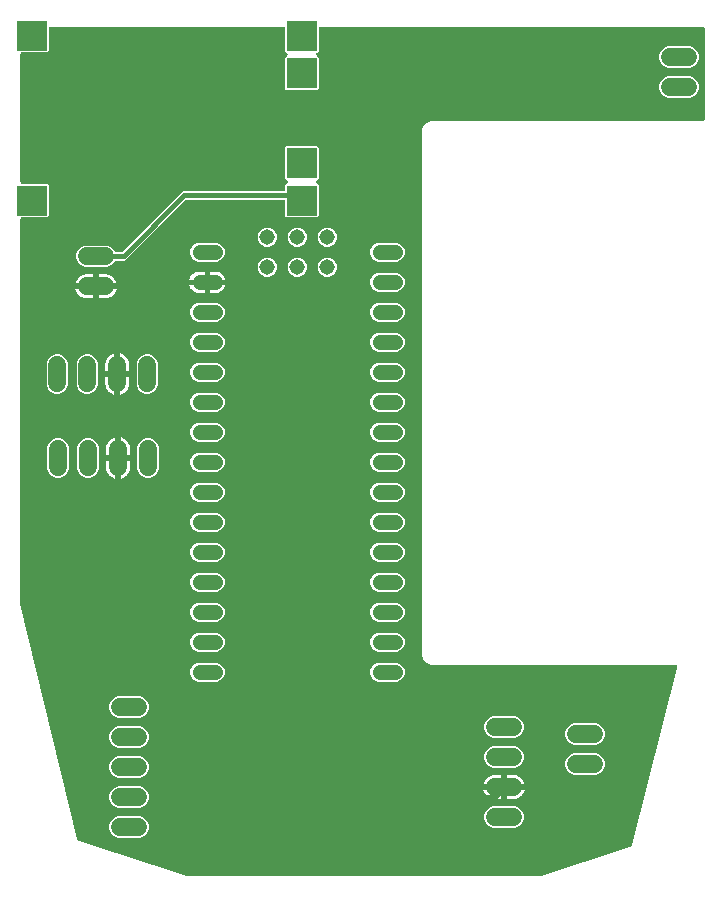
<source format=gbr>
G04 EAGLE Gerber X2 export*
%TF.Part,Single*%
%TF.FileFunction,Copper,L2,Bot,Mixed*%
%TF.FilePolarity,Positive*%
%TF.GenerationSoftware,Autodesk,EAGLE,9.1.1*%
%TF.CreationDate,2018-09-05T07:54:37Z*%
G75*
%MOMM*%
%FSLAX34Y34*%
%LPD*%
%AMOC8*
5,1,8,0,0,1.08239X$1,22.5*%
G01*
%ADD10C,1.524000*%
%ADD11R,2.500000X2.500000*%
%ADD12C,1.308000*%
%ADD13C,1.308000*%
%ADD14C,0.406400*%
%ADD15C,0.756400*%

G36*
X450237Y171176D02*
X450237Y171176D01*
X450387Y171183D01*
X450445Y171196D01*
X450489Y171201D01*
X450570Y171226D01*
X450710Y171258D01*
X526479Y195612D01*
X526527Y195633D01*
X526578Y195647D01*
X526712Y195714D01*
X526848Y195773D01*
X526891Y195803D01*
X526938Y195827D01*
X527056Y195918D01*
X527179Y196003D01*
X527215Y196041D01*
X527256Y196074D01*
X527354Y196187D01*
X527457Y196294D01*
X527485Y196339D01*
X527519Y196378D01*
X527563Y196456D01*
X527564Y196457D01*
X527566Y196462D01*
X527593Y196508D01*
X527672Y196634D01*
X527691Y196683D01*
X527717Y196729D01*
X527741Y196798D01*
X527749Y196814D01*
X527764Y196866D01*
X527791Y196942D01*
X527817Y197010D01*
X527819Y197025D01*
X527825Y197043D01*
X566264Y347305D01*
X566275Y347374D01*
X566295Y347442D01*
X566305Y347573D01*
X566325Y347703D01*
X566322Y347773D01*
X566327Y347844D01*
X566312Y347974D01*
X566306Y348105D01*
X566289Y348173D01*
X566281Y348243D01*
X566240Y348368D01*
X566208Y348495D01*
X566178Y348559D01*
X566156Y348626D01*
X566091Y348740D01*
X566035Y348859D01*
X565993Y348915D01*
X565958Y348977D01*
X565872Y349076D01*
X565793Y349181D01*
X565741Y349228D01*
X565695Y349282D01*
X565591Y349362D01*
X565493Y349449D01*
X565432Y349485D01*
X565377Y349528D01*
X565259Y349587D01*
X565146Y349653D01*
X565079Y349676D01*
X565016Y349708D01*
X564889Y349742D01*
X564765Y349784D01*
X564696Y349794D01*
X564627Y349812D01*
X564453Y349826D01*
X564366Y349838D01*
X564336Y349836D01*
X564297Y349839D01*
X357979Y349839D01*
X354244Y351386D01*
X351386Y354244D01*
X349839Y357979D01*
X349839Y802021D01*
X351386Y805756D01*
X354244Y808614D01*
X357979Y810161D01*
X587808Y810161D01*
X587826Y810163D01*
X587844Y810161D01*
X588026Y810182D01*
X588209Y810201D01*
X588226Y810206D01*
X588243Y810208D01*
X588418Y810265D01*
X588594Y810319D01*
X588609Y810327D01*
X588626Y810333D01*
X588786Y810423D01*
X588948Y810511D01*
X588961Y810522D01*
X588977Y810531D01*
X589116Y810651D01*
X589257Y810768D01*
X589268Y810782D01*
X589282Y810794D01*
X589394Y810939D01*
X589509Y811082D01*
X589517Y811098D01*
X589528Y811112D01*
X589610Y811277D01*
X589695Y811439D01*
X589700Y811456D01*
X589708Y811472D01*
X589755Y811651D01*
X589806Y811826D01*
X589808Y811844D01*
X589812Y811861D01*
X589839Y812192D01*
X589839Y887808D01*
X589837Y887826D01*
X589839Y887844D01*
X589818Y888026D01*
X589799Y888209D01*
X589794Y888226D01*
X589792Y888243D01*
X589735Y888418D01*
X589681Y888594D01*
X589673Y888609D01*
X589667Y888626D01*
X589577Y888786D01*
X589489Y888948D01*
X589478Y888961D01*
X589469Y888977D01*
X589349Y889116D01*
X589232Y889257D01*
X589218Y889268D01*
X589206Y889282D01*
X589061Y889394D01*
X588918Y889509D01*
X588902Y889517D01*
X588888Y889528D01*
X588723Y889610D01*
X588561Y889695D01*
X588544Y889700D01*
X588528Y889708D01*
X588349Y889755D01*
X588174Y889806D01*
X588156Y889808D01*
X588139Y889812D01*
X587808Y889839D01*
X264606Y889839D01*
X264588Y889837D01*
X264570Y889839D01*
X264388Y889818D01*
X264205Y889799D01*
X264188Y889794D01*
X264171Y889792D01*
X263996Y889735D01*
X263820Y889681D01*
X263805Y889673D01*
X263788Y889667D01*
X263628Y889577D01*
X263466Y889489D01*
X263453Y889478D01*
X263437Y889469D01*
X263298Y889349D01*
X263157Y889232D01*
X263146Y889218D01*
X263132Y889206D01*
X263020Y889061D01*
X262905Y888918D01*
X262897Y888902D01*
X262886Y888888D01*
X262804Y888723D01*
X262719Y888561D01*
X262714Y888544D01*
X262706Y888528D01*
X262659Y888349D01*
X262608Y888174D01*
X262606Y888156D01*
X262602Y888139D01*
X262575Y887808D01*
X262575Y869318D01*
X261268Y868011D01*
X261256Y867997D01*
X261243Y867986D01*
X261129Y867842D01*
X261013Y867700D01*
X261004Y867684D01*
X260993Y867670D01*
X260910Y867506D01*
X260824Y867344D01*
X260819Y867327D01*
X260811Y867311D01*
X260761Y867134D01*
X260709Y866958D01*
X260708Y866940D01*
X260703Y866923D01*
X260689Y866740D01*
X260673Y866557D01*
X260675Y866539D01*
X260673Y866522D01*
X260696Y866340D01*
X260716Y866157D01*
X260722Y866140D01*
X260724Y866122D01*
X260782Y865948D01*
X260838Y865773D01*
X260846Y865757D01*
X260852Y865741D01*
X260944Y865582D01*
X261032Y865421D01*
X261044Y865407D01*
X261053Y865392D01*
X261268Y865139D01*
X262575Y863832D01*
X262575Y837568D01*
X261682Y836675D01*
X235418Y836675D01*
X234525Y837568D01*
X234525Y863832D01*
X235832Y865139D01*
X235844Y865152D01*
X235857Y865164D01*
X235971Y865308D01*
X236087Y865450D01*
X236096Y865466D01*
X236107Y865480D01*
X236190Y865644D01*
X236276Y865806D01*
X236281Y865823D01*
X236289Y865839D01*
X236339Y866016D01*
X236391Y866192D01*
X236392Y866210D01*
X236397Y866227D01*
X236411Y866410D01*
X236427Y866593D01*
X236425Y866611D01*
X236427Y866628D01*
X236404Y866810D01*
X236384Y866993D01*
X236378Y867010D01*
X236376Y867028D01*
X236318Y867201D01*
X236262Y867377D01*
X236254Y867393D01*
X236248Y867409D01*
X236157Y867568D01*
X236068Y867729D01*
X236056Y867743D01*
X236047Y867758D01*
X235832Y868011D01*
X234525Y869318D01*
X234525Y887808D01*
X234523Y887826D01*
X234525Y887844D01*
X234504Y888026D01*
X234485Y888209D01*
X234480Y888226D01*
X234478Y888243D01*
X234421Y888418D01*
X234367Y888594D01*
X234359Y888609D01*
X234353Y888626D01*
X234263Y888786D01*
X234175Y888948D01*
X234164Y888961D01*
X234155Y888977D01*
X234035Y889116D01*
X233918Y889257D01*
X233904Y889268D01*
X233892Y889282D01*
X233747Y889394D01*
X233604Y889509D01*
X233588Y889517D01*
X233574Y889528D01*
X233409Y889610D01*
X233247Y889695D01*
X233230Y889700D01*
X233214Y889708D01*
X233035Y889755D01*
X232860Y889806D01*
X232842Y889808D01*
X232825Y889812D01*
X232494Y889839D01*
X36006Y889839D01*
X35988Y889837D01*
X35970Y889839D01*
X35788Y889818D01*
X35605Y889799D01*
X35588Y889794D01*
X35571Y889792D01*
X35396Y889735D01*
X35220Y889681D01*
X35205Y889673D01*
X35188Y889667D01*
X35028Y889577D01*
X34866Y889489D01*
X34853Y889478D01*
X34837Y889469D01*
X34698Y889349D01*
X34557Y889232D01*
X34546Y889218D01*
X34532Y889206D01*
X34420Y889061D01*
X34305Y888918D01*
X34297Y888902D01*
X34286Y888888D01*
X34204Y888723D01*
X34119Y888561D01*
X34114Y888544D01*
X34106Y888528D01*
X34059Y888349D01*
X34008Y888174D01*
X34006Y888156D01*
X34002Y888139D01*
X33975Y887808D01*
X33975Y869318D01*
X33082Y868425D01*
X12192Y868425D01*
X12174Y868423D01*
X12156Y868425D01*
X11974Y868404D01*
X11791Y868385D01*
X11774Y868380D01*
X11757Y868378D01*
X11582Y868321D01*
X11406Y868267D01*
X11391Y868259D01*
X11374Y868253D01*
X11214Y868163D01*
X11052Y868075D01*
X11039Y868064D01*
X11023Y868055D01*
X10884Y867935D01*
X10743Y867818D01*
X10732Y867804D01*
X10718Y867792D01*
X10606Y867647D01*
X10491Y867504D01*
X10483Y867488D01*
X10472Y867474D01*
X10390Y867309D01*
X10305Y867147D01*
X10300Y867130D01*
X10292Y867114D01*
X10245Y866935D01*
X10194Y866760D01*
X10192Y866742D01*
X10188Y866725D01*
X10161Y866394D01*
X10161Y758806D01*
X10163Y758788D01*
X10161Y758770D01*
X10182Y758588D01*
X10201Y758405D01*
X10206Y758388D01*
X10208Y758371D01*
X10265Y758196D01*
X10319Y758020D01*
X10327Y758005D01*
X10333Y757988D01*
X10423Y757828D01*
X10511Y757666D01*
X10522Y757653D01*
X10531Y757637D01*
X10651Y757498D01*
X10768Y757357D01*
X10782Y757346D01*
X10794Y757332D01*
X10939Y757220D01*
X11082Y757105D01*
X11098Y757097D01*
X11112Y757086D01*
X11277Y757004D01*
X11439Y756919D01*
X11456Y756914D01*
X11472Y756906D01*
X11651Y756859D01*
X11826Y756808D01*
X11844Y756806D01*
X11861Y756802D01*
X12192Y756775D01*
X33082Y756775D01*
X33975Y755882D01*
X33975Y729618D01*
X33082Y728725D01*
X12192Y728725D01*
X12174Y728723D01*
X12156Y728725D01*
X11974Y728704D01*
X11791Y728685D01*
X11774Y728680D01*
X11757Y728678D01*
X11582Y728621D01*
X11406Y728567D01*
X11391Y728559D01*
X11374Y728553D01*
X11214Y728463D01*
X11052Y728375D01*
X11039Y728364D01*
X11023Y728355D01*
X10884Y728235D01*
X10743Y728118D01*
X10732Y728104D01*
X10718Y728092D01*
X10606Y727947D01*
X10491Y727804D01*
X10483Y727788D01*
X10472Y727774D01*
X10390Y727609D01*
X10305Y727447D01*
X10300Y727430D01*
X10292Y727414D01*
X10245Y727235D01*
X10194Y727060D01*
X10192Y727042D01*
X10188Y727025D01*
X10161Y726694D01*
X10161Y401452D01*
X10168Y401377D01*
X10166Y401303D01*
X10192Y401138D01*
X10201Y401051D01*
X10211Y401018D01*
X10218Y400975D01*
X58268Y202047D01*
X58290Y201983D01*
X58304Y201917D01*
X58356Y201793D01*
X58401Y201666D01*
X58435Y201608D01*
X58462Y201546D01*
X58537Y201435D01*
X58606Y201320D01*
X58651Y201270D01*
X58689Y201214D01*
X58786Y201120D01*
X58875Y201021D01*
X58929Y200981D01*
X58978Y200934D01*
X59091Y200861D01*
X59199Y200781D01*
X59260Y200752D01*
X59316Y200715D01*
X59485Y200646D01*
X59563Y200609D01*
X59590Y200603D01*
X59623Y200589D01*
X151284Y171257D01*
X151429Y171226D01*
X151572Y171188D01*
X151633Y171183D01*
X151678Y171173D01*
X151763Y171172D01*
X151903Y171161D01*
X450089Y171161D01*
X450237Y171176D01*
G37*
%LPC*%
G36*
X64761Y686355D02*
X64761Y686355D01*
X61400Y687747D01*
X58827Y690320D01*
X57435Y693681D01*
X57435Y697319D01*
X58827Y700680D01*
X61400Y703253D01*
X64761Y704645D01*
X83639Y704645D01*
X87000Y703253D01*
X89573Y700680D01*
X89726Y700311D01*
X89736Y700291D01*
X89743Y700270D01*
X89831Y700114D01*
X89916Y699956D01*
X89930Y699939D01*
X89941Y699919D01*
X90058Y699783D01*
X90172Y699645D01*
X90189Y699631D01*
X90204Y699614D01*
X90345Y699505D01*
X90485Y699392D01*
X90505Y699381D01*
X90522Y699368D01*
X90682Y699288D01*
X90841Y699205D01*
X90863Y699198D01*
X90883Y699188D01*
X91056Y699142D01*
X91228Y699092D01*
X91250Y699090D01*
X91271Y699084D01*
X91602Y699057D01*
X95185Y699057D01*
X95212Y699059D01*
X95239Y699057D01*
X95413Y699079D01*
X95586Y699097D01*
X95611Y699104D01*
X95638Y699108D01*
X95804Y699163D01*
X95971Y699215D01*
X95994Y699228D01*
X96020Y699236D01*
X96171Y699323D01*
X96325Y699407D01*
X96345Y699424D01*
X96369Y699437D01*
X96622Y699652D01*
X147527Y750557D01*
X232494Y750557D01*
X232512Y750559D01*
X232530Y750557D01*
X232712Y750578D01*
X232895Y750597D01*
X232912Y750602D01*
X232929Y750604D01*
X233104Y750661D01*
X233280Y750715D01*
X233295Y750723D01*
X233312Y750729D01*
X233472Y750819D01*
X233634Y750907D01*
X233647Y750918D01*
X233663Y750927D01*
X233802Y751047D01*
X233943Y751164D01*
X233954Y751178D01*
X233968Y751190D01*
X234080Y751335D01*
X234195Y751478D01*
X234203Y751494D01*
X234214Y751508D01*
X234296Y751673D01*
X234381Y751835D01*
X234386Y751852D01*
X234394Y751868D01*
X234441Y752047D01*
X234492Y752222D01*
X234494Y752240D01*
X234498Y752257D01*
X234525Y752588D01*
X234525Y755882D01*
X235832Y757189D01*
X235844Y757203D01*
X235857Y757214D01*
X235971Y757358D01*
X236087Y757500D01*
X236096Y757516D01*
X236107Y757530D01*
X236190Y757694D01*
X236276Y757856D01*
X236281Y757873D01*
X236289Y757889D01*
X236339Y758066D01*
X236391Y758242D01*
X236392Y758260D01*
X236397Y758277D01*
X236411Y758460D01*
X236427Y758643D01*
X236425Y758661D01*
X236427Y758678D01*
X236404Y758860D01*
X236384Y759043D01*
X236378Y759060D01*
X236376Y759078D01*
X236318Y759252D01*
X236262Y759427D01*
X236254Y759443D01*
X236248Y759459D01*
X236156Y759618D01*
X236068Y759779D01*
X236056Y759793D01*
X236047Y759808D01*
X235832Y760061D01*
X234525Y761368D01*
X234525Y787632D01*
X235418Y788525D01*
X261682Y788525D01*
X262575Y787632D01*
X262575Y761368D01*
X261268Y760061D01*
X261256Y760048D01*
X261243Y760036D01*
X261129Y759892D01*
X261013Y759750D01*
X261004Y759734D01*
X260993Y759720D01*
X260910Y759556D01*
X260824Y759394D01*
X260819Y759377D01*
X260811Y759361D01*
X260761Y759184D01*
X260709Y759008D01*
X260708Y758990D01*
X260703Y758973D01*
X260689Y758790D01*
X260673Y758607D01*
X260675Y758589D01*
X260673Y758572D01*
X260696Y758390D01*
X260716Y758207D01*
X260722Y758190D01*
X260724Y758172D01*
X260782Y757999D01*
X260838Y757823D01*
X260846Y757807D01*
X260852Y757791D01*
X260943Y757632D01*
X261032Y757471D01*
X261044Y757457D01*
X261053Y757442D01*
X261268Y757189D01*
X262575Y755882D01*
X262575Y729618D01*
X261682Y728725D01*
X235418Y728725D01*
X234525Y729618D01*
X234525Y741412D01*
X234523Y741430D01*
X234525Y741448D01*
X234504Y741630D01*
X234485Y741813D01*
X234480Y741830D01*
X234478Y741847D01*
X234421Y742022D01*
X234367Y742198D01*
X234359Y742213D01*
X234353Y742230D01*
X234263Y742390D01*
X234175Y742552D01*
X234164Y742565D01*
X234155Y742581D01*
X234035Y742720D01*
X233918Y742861D01*
X233904Y742872D01*
X233892Y742886D01*
X233747Y742998D01*
X233604Y743113D01*
X233588Y743121D01*
X233574Y743132D01*
X233409Y743214D01*
X233247Y743299D01*
X233230Y743304D01*
X233214Y743312D01*
X233035Y743359D01*
X232860Y743410D01*
X232842Y743412D01*
X232825Y743416D01*
X232494Y743443D01*
X151315Y743443D01*
X151288Y743441D01*
X151261Y743443D01*
X151087Y743421D01*
X150914Y743403D01*
X150889Y743396D01*
X150862Y743392D01*
X150696Y743337D01*
X150529Y743285D01*
X150506Y743272D01*
X150480Y743264D01*
X150329Y743177D01*
X150175Y743093D01*
X150155Y743076D01*
X150131Y743063D01*
X149878Y742848D01*
X98973Y691943D01*
X91602Y691943D01*
X91580Y691941D01*
X91558Y691943D01*
X91380Y691921D01*
X91202Y691903D01*
X91180Y691897D01*
X91158Y691894D01*
X90988Y691838D01*
X90817Y691785D01*
X90797Y691775D01*
X90776Y691768D01*
X90620Y691679D01*
X90463Y691593D01*
X90445Y691579D01*
X90426Y691568D01*
X90291Y691450D01*
X90153Y691336D01*
X90139Y691318D01*
X90123Y691304D01*
X90013Y691161D01*
X89901Y691022D01*
X89891Y691002D01*
X89877Y690984D01*
X89726Y690689D01*
X89573Y690320D01*
X87000Y687747D01*
X83639Y686355D01*
X64761Y686355D01*
G37*
%LPD*%
%LPC*%
G36*
X558261Y829855D02*
X558261Y829855D01*
X554900Y831247D01*
X552327Y833820D01*
X550935Y837181D01*
X550935Y840819D01*
X552327Y844180D01*
X554900Y846753D01*
X558261Y848145D01*
X577139Y848145D01*
X580500Y846753D01*
X583073Y844180D01*
X584465Y840819D01*
X584465Y837181D01*
X583073Y833820D01*
X580500Y831247D01*
X577139Y829855D01*
X558261Y829855D01*
G37*
%LPD*%
%LPC*%
G36*
X92861Y203255D02*
X92861Y203255D01*
X89500Y204647D01*
X86927Y207220D01*
X85535Y210581D01*
X85535Y214219D01*
X86927Y217580D01*
X89500Y220153D01*
X92861Y221545D01*
X111739Y221545D01*
X115100Y220153D01*
X117673Y217580D01*
X119065Y214219D01*
X119065Y210581D01*
X117673Y207220D01*
X115100Y204647D01*
X111739Y203255D01*
X92861Y203255D01*
G37*
%LPD*%
%LPC*%
G36*
X92861Y254055D02*
X92861Y254055D01*
X89500Y255447D01*
X86927Y258020D01*
X85535Y261381D01*
X85535Y265019D01*
X86927Y268380D01*
X89500Y270953D01*
X92861Y272345D01*
X111739Y272345D01*
X115100Y270953D01*
X117673Y268380D01*
X119065Y265019D01*
X119065Y261381D01*
X117673Y258020D01*
X115100Y255447D01*
X111739Y254055D01*
X92861Y254055D01*
G37*
%LPD*%
%LPC*%
G36*
X478761Y256455D02*
X478761Y256455D01*
X475400Y257847D01*
X472827Y260420D01*
X471435Y263781D01*
X471435Y267419D01*
X472827Y270780D01*
X475400Y273353D01*
X478761Y274745D01*
X497639Y274745D01*
X501000Y273353D01*
X503573Y270780D01*
X504965Y267419D01*
X504965Y263781D01*
X503573Y260420D01*
X501000Y257847D01*
X497639Y256455D01*
X478761Y256455D01*
G37*
%LPD*%
%LPC*%
G36*
X410261Y262355D02*
X410261Y262355D01*
X406900Y263747D01*
X404327Y266320D01*
X402935Y269681D01*
X402935Y273319D01*
X404327Y276680D01*
X406900Y279253D01*
X410261Y280645D01*
X429139Y280645D01*
X432500Y279253D01*
X435073Y276680D01*
X436465Y273319D01*
X436465Y269681D01*
X435073Y266320D01*
X432500Y263747D01*
X429139Y262355D01*
X410261Y262355D01*
G37*
%LPD*%
%LPC*%
G36*
X92861Y279455D02*
X92861Y279455D01*
X89500Y280847D01*
X86927Y283420D01*
X85535Y286781D01*
X85535Y290419D01*
X86927Y293780D01*
X89500Y296353D01*
X92861Y297745D01*
X111739Y297745D01*
X115100Y296353D01*
X117673Y293780D01*
X119065Y290419D01*
X119065Y286781D01*
X117673Y283420D01*
X115100Y280847D01*
X111739Y279455D01*
X92861Y279455D01*
G37*
%LPD*%
%LPC*%
G36*
X478761Y281855D02*
X478761Y281855D01*
X475400Y283247D01*
X472827Y285820D01*
X471435Y289181D01*
X471435Y292819D01*
X472827Y296180D01*
X475400Y298753D01*
X478761Y300145D01*
X497639Y300145D01*
X501000Y298753D01*
X503573Y296180D01*
X504965Y292819D01*
X504965Y289181D01*
X503573Y285820D01*
X501000Y283247D01*
X497639Y281855D01*
X478761Y281855D01*
G37*
%LPD*%
%LPC*%
G36*
X410261Y287755D02*
X410261Y287755D01*
X406900Y289147D01*
X404327Y291720D01*
X402935Y295081D01*
X402935Y298719D01*
X404327Y302080D01*
X406900Y304653D01*
X410261Y306045D01*
X429139Y306045D01*
X432500Y304653D01*
X435073Y302080D01*
X436465Y298719D01*
X436465Y295081D01*
X435073Y291720D01*
X432500Y289147D01*
X429139Y287755D01*
X410261Y287755D01*
G37*
%LPD*%
%LPC*%
G36*
X92861Y304855D02*
X92861Y304855D01*
X89500Y306247D01*
X86927Y308820D01*
X85535Y312181D01*
X85535Y315819D01*
X86927Y319180D01*
X89500Y321753D01*
X92861Y323145D01*
X111739Y323145D01*
X115100Y321753D01*
X117673Y319180D01*
X119065Y315819D01*
X119065Y312181D01*
X117673Y308820D01*
X115100Y306247D01*
X111739Y304855D01*
X92861Y304855D01*
G37*
%LPD*%
%LPC*%
G36*
X40281Y508035D02*
X40281Y508035D01*
X36920Y509427D01*
X34347Y512000D01*
X32955Y515361D01*
X32955Y534239D01*
X34347Y537600D01*
X36920Y540173D01*
X40281Y541565D01*
X43919Y541565D01*
X47280Y540173D01*
X49853Y537600D01*
X51245Y534239D01*
X51245Y515361D01*
X49853Y512000D01*
X47280Y509427D01*
X43919Y508035D01*
X40281Y508035D01*
G37*
%LPD*%
%LPC*%
G36*
X65681Y508035D02*
X65681Y508035D01*
X62320Y509427D01*
X59747Y512000D01*
X58355Y515361D01*
X58355Y534239D01*
X59747Y537600D01*
X62320Y540173D01*
X65681Y541565D01*
X69319Y541565D01*
X72680Y540173D01*
X75253Y537600D01*
X76645Y534239D01*
X76645Y515361D01*
X75253Y512000D01*
X72680Y509427D01*
X69319Y508035D01*
X65681Y508035D01*
G37*
%LPD*%
%LPC*%
G36*
X116481Y508035D02*
X116481Y508035D01*
X113120Y509427D01*
X110547Y512000D01*
X109155Y515361D01*
X109155Y534239D01*
X110547Y537600D01*
X113120Y540173D01*
X116481Y541565D01*
X120119Y541565D01*
X123480Y540173D01*
X126053Y537600D01*
X127445Y534239D01*
X127445Y515361D01*
X126053Y512000D01*
X123480Y509427D01*
X120119Y508035D01*
X116481Y508035D01*
G37*
%LPD*%
%LPC*%
G36*
X558261Y855255D02*
X558261Y855255D01*
X554900Y856647D01*
X552327Y859220D01*
X550935Y862581D01*
X550935Y866219D01*
X552327Y869580D01*
X554900Y872153D01*
X558261Y873545D01*
X577139Y873545D01*
X580500Y872153D01*
X583073Y869580D01*
X584465Y866219D01*
X584465Y862581D01*
X583073Y859220D01*
X580500Y856647D01*
X577812Y855534D01*
X577139Y855255D01*
X558261Y855255D01*
G37*
%LPD*%
%LPC*%
G36*
X410261Y211555D02*
X410261Y211555D01*
X406900Y212947D01*
X404327Y215520D01*
X402935Y218881D01*
X402935Y222519D01*
X404327Y225880D01*
X406900Y228453D01*
X410261Y229845D01*
X429139Y229845D01*
X432500Y228453D01*
X435073Y225880D01*
X436465Y222519D01*
X436465Y218881D01*
X435073Y215520D01*
X432500Y212947D01*
X429314Y211628D01*
X429139Y211555D01*
X410261Y211555D01*
G37*
%LPD*%
%LPC*%
G36*
X92861Y228655D02*
X92861Y228655D01*
X89500Y230047D01*
X86927Y232620D01*
X85535Y235981D01*
X85535Y239619D01*
X86927Y242980D01*
X89500Y245553D01*
X91727Y246475D01*
X92861Y246945D01*
X111739Y246945D01*
X115100Y245553D01*
X117673Y242980D01*
X119065Y239619D01*
X119065Y235981D01*
X117673Y232620D01*
X115100Y230047D01*
X114766Y229909D01*
X111739Y228655D01*
X92861Y228655D01*
G37*
%LPD*%
%LPC*%
G36*
X39581Y579035D02*
X39581Y579035D01*
X36220Y580427D01*
X33647Y583000D01*
X32255Y586361D01*
X32255Y605239D01*
X33647Y608600D01*
X36220Y611173D01*
X38459Y612100D01*
X39581Y612565D01*
X43219Y612565D01*
X46580Y611173D01*
X49153Y608600D01*
X50545Y605239D01*
X50545Y586361D01*
X49153Y583000D01*
X46580Y580427D01*
X43219Y579035D01*
X39581Y579035D01*
G37*
%LPD*%
%LPC*%
G36*
X115781Y579035D02*
X115781Y579035D01*
X112420Y580427D01*
X109847Y583000D01*
X108455Y586361D01*
X108455Y605239D01*
X109847Y608600D01*
X112420Y611173D01*
X114659Y612100D01*
X115781Y612565D01*
X119419Y612565D01*
X122780Y611173D01*
X125353Y608600D01*
X126745Y605239D01*
X126745Y586361D01*
X125353Y583000D01*
X122780Y580427D01*
X119419Y579035D01*
X115781Y579035D01*
G37*
%LPD*%
%LPC*%
G36*
X64981Y579035D02*
X64981Y579035D01*
X61620Y580427D01*
X59047Y583000D01*
X57655Y586361D01*
X57655Y605239D01*
X59047Y608600D01*
X61620Y611173D01*
X63859Y612100D01*
X64981Y612565D01*
X68619Y612565D01*
X71980Y611173D01*
X74553Y608600D01*
X75945Y605239D01*
X75945Y586361D01*
X74553Y583000D01*
X71980Y580427D01*
X68619Y579035D01*
X64981Y579035D01*
G37*
%LPD*%
%LPC*%
G36*
X160256Y436835D02*
X160256Y436835D01*
X157292Y438063D01*
X155023Y440332D01*
X153795Y443296D01*
X153795Y446504D01*
X155023Y449468D01*
X157292Y451737D01*
X160256Y452965D01*
X176544Y452965D01*
X179508Y451737D01*
X181777Y449468D01*
X183005Y446504D01*
X183005Y443296D01*
X181777Y440332D01*
X179508Y438063D01*
X176544Y436835D01*
X160256Y436835D01*
G37*
%LPD*%
%LPC*%
G36*
X312656Y665435D02*
X312656Y665435D01*
X309692Y666663D01*
X307423Y668932D01*
X306195Y671896D01*
X306195Y675104D01*
X307423Y678068D01*
X309692Y680337D01*
X312656Y681565D01*
X328944Y681565D01*
X331908Y680337D01*
X334177Y678068D01*
X335405Y675104D01*
X335405Y671896D01*
X334177Y668932D01*
X331908Y666663D01*
X328944Y665435D01*
X312656Y665435D01*
G37*
%LPD*%
%LPC*%
G36*
X312656Y513035D02*
X312656Y513035D01*
X309692Y514263D01*
X307423Y516532D01*
X306195Y519496D01*
X306195Y522704D01*
X307423Y525668D01*
X309692Y527937D01*
X312656Y529165D01*
X328944Y529165D01*
X331908Y527937D01*
X334177Y525668D01*
X335405Y522704D01*
X335405Y519496D01*
X334177Y516532D01*
X331908Y514263D01*
X328944Y513035D01*
X312656Y513035D01*
G37*
%LPD*%
%LPC*%
G36*
X160256Y513035D02*
X160256Y513035D01*
X157292Y514263D01*
X155023Y516532D01*
X153795Y519496D01*
X153795Y522704D01*
X155023Y525668D01*
X157292Y527937D01*
X160256Y529165D01*
X176544Y529165D01*
X179508Y527937D01*
X181777Y525668D01*
X183005Y522704D01*
X183005Y519496D01*
X181777Y516532D01*
X179508Y514263D01*
X176544Y513035D01*
X160256Y513035D01*
G37*
%LPD*%
%LPC*%
G36*
X312656Y487635D02*
X312656Y487635D01*
X309692Y488863D01*
X307423Y491132D01*
X306195Y494096D01*
X306195Y497304D01*
X307423Y500268D01*
X309692Y502537D01*
X312656Y503765D01*
X328944Y503765D01*
X331908Y502537D01*
X334177Y500268D01*
X335405Y497304D01*
X335405Y494096D01*
X334177Y491132D01*
X331908Y488863D01*
X328944Y487635D01*
X312656Y487635D01*
G37*
%LPD*%
%LPC*%
G36*
X160256Y487635D02*
X160256Y487635D01*
X157292Y488863D01*
X155023Y491132D01*
X153795Y494096D01*
X153795Y497304D01*
X155023Y500268D01*
X157292Y502537D01*
X160256Y503765D01*
X176544Y503765D01*
X179508Y502537D01*
X181777Y500268D01*
X183005Y497304D01*
X183005Y494096D01*
X181777Y491132D01*
X179508Y488863D01*
X176544Y487635D01*
X160256Y487635D01*
G37*
%LPD*%
%LPC*%
G36*
X312656Y462235D02*
X312656Y462235D01*
X309692Y463463D01*
X307423Y465732D01*
X306195Y468696D01*
X306195Y471904D01*
X307423Y474868D01*
X309692Y477137D01*
X312656Y478365D01*
X328944Y478365D01*
X331908Y477137D01*
X334177Y474868D01*
X335405Y471904D01*
X335405Y468696D01*
X334177Y465732D01*
X331908Y463463D01*
X328944Y462235D01*
X312656Y462235D01*
G37*
%LPD*%
%LPC*%
G36*
X160256Y462235D02*
X160256Y462235D01*
X157292Y463463D01*
X155023Y465732D01*
X153795Y468696D01*
X153795Y471904D01*
X155023Y474868D01*
X157292Y477137D01*
X160256Y478365D01*
X176544Y478365D01*
X179508Y477137D01*
X181777Y474868D01*
X183005Y471904D01*
X183005Y468696D01*
X181777Y465732D01*
X179508Y463463D01*
X176544Y462235D01*
X160256Y462235D01*
G37*
%LPD*%
%LPC*%
G36*
X312656Y436835D02*
X312656Y436835D01*
X309692Y438063D01*
X307423Y440332D01*
X306195Y443296D01*
X306195Y446504D01*
X307423Y449468D01*
X309692Y451737D01*
X312656Y452965D01*
X328944Y452965D01*
X331908Y451737D01*
X334177Y449468D01*
X335405Y446504D01*
X335405Y443296D01*
X334177Y440332D01*
X331908Y438063D01*
X328944Y436835D01*
X312656Y436835D01*
G37*
%LPD*%
%LPC*%
G36*
X160256Y690835D02*
X160256Y690835D01*
X157292Y692063D01*
X155023Y694332D01*
X153795Y697296D01*
X153795Y700504D01*
X155023Y703468D01*
X157292Y705737D01*
X160256Y706965D01*
X176544Y706965D01*
X179508Y705737D01*
X181777Y703468D01*
X183005Y700504D01*
X183005Y697296D01*
X181777Y694332D01*
X179508Y692063D01*
X176544Y690835D01*
X160256Y690835D01*
G37*
%LPD*%
%LPC*%
G36*
X312656Y411435D02*
X312656Y411435D01*
X309692Y412663D01*
X307423Y414932D01*
X306195Y417896D01*
X306195Y421104D01*
X307423Y424068D01*
X309692Y426337D01*
X312656Y427565D01*
X328944Y427565D01*
X331908Y426337D01*
X334177Y424068D01*
X335405Y421104D01*
X335405Y417896D01*
X334177Y414932D01*
X331908Y412663D01*
X328944Y411435D01*
X312656Y411435D01*
G37*
%LPD*%
%LPC*%
G36*
X160256Y411435D02*
X160256Y411435D01*
X157292Y412663D01*
X155023Y414932D01*
X153795Y417896D01*
X153795Y421104D01*
X155023Y424068D01*
X157292Y426337D01*
X160256Y427565D01*
X176544Y427565D01*
X179508Y426337D01*
X181777Y424068D01*
X183005Y421104D01*
X183005Y417896D01*
X181777Y414932D01*
X179508Y412663D01*
X176544Y411435D01*
X160256Y411435D01*
G37*
%LPD*%
%LPC*%
G36*
X312656Y386035D02*
X312656Y386035D01*
X309692Y387263D01*
X307423Y389532D01*
X306195Y392496D01*
X306195Y395704D01*
X307423Y398668D01*
X309692Y400937D01*
X312656Y402165D01*
X328944Y402165D01*
X331908Y400937D01*
X334177Y398668D01*
X335405Y395704D01*
X335405Y392496D01*
X334177Y389532D01*
X331908Y387263D01*
X328944Y386035D01*
X312656Y386035D01*
G37*
%LPD*%
%LPC*%
G36*
X160256Y386035D02*
X160256Y386035D01*
X157292Y387263D01*
X155023Y389532D01*
X153795Y392496D01*
X153795Y395704D01*
X155023Y398668D01*
X157292Y400937D01*
X160256Y402165D01*
X176544Y402165D01*
X179508Y400937D01*
X181777Y398668D01*
X183005Y395704D01*
X183005Y392496D01*
X181777Y389532D01*
X179508Y387263D01*
X176544Y386035D01*
X160256Y386035D01*
G37*
%LPD*%
%LPC*%
G36*
X312656Y360635D02*
X312656Y360635D01*
X309692Y361863D01*
X307423Y364132D01*
X306195Y367096D01*
X306195Y370304D01*
X307423Y373268D01*
X309692Y375537D01*
X312656Y376765D01*
X328944Y376765D01*
X331908Y375537D01*
X334177Y373268D01*
X335405Y370304D01*
X335405Y367096D01*
X334177Y364132D01*
X331908Y361863D01*
X328944Y360635D01*
X312656Y360635D01*
G37*
%LPD*%
%LPC*%
G36*
X160256Y360635D02*
X160256Y360635D01*
X157292Y361863D01*
X155023Y364132D01*
X153795Y367096D01*
X153795Y370304D01*
X155023Y373268D01*
X157292Y375537D01*
X160256Y376765D01*
X176544Y376765D01*
X179508Y375537D01*
X181777Y373268D01*
X183005Y370304D01*
X183005Y367096D01*
X181777Y364132D01*
X179508Y361863D01*
X176544Y360635D01*
X160256Y360635D01*
G37*
%LPD*%
%LPC*%
G36*
X312656Y335235D02*
X312656Y335235D01*
X309692Y336463D01*
X307423Y338732D01*
X306195Y341696D01*
X306195Y344904D01*
X307423Y347868D01*
X309692Y350137D01*
X312656Y351365D01*
X328944Y351365D01*
X331908Y350137D01*
X334177Y347868D01*
X335405Y344904D01*
X335405Y341696D01*
X334177Y338732D01*
X331908Y336463D01*
X328944Y335235D01*
X312656Y335235D01*
G37*
%LPD*%
%LPC*%
G36*
X160256Y335235D02*
X160256Y335235D01*
X157292Y336463D01*
X155023Y338732D01*
X153795Y341696D01*
X153795Y344904D01*
X155023Y347868D01*
X157292Y350137D01*
X160256Y351365D01*
X176544Y351365D01*
X179508Y350137D01*
X181777Y347868D01*
X183005Y344904D01*
X183005Y341696D01*
X181777Y338732D01*
X179508Y336463D01*
X176544Y335235D01*
X160256Y335235D01*
G37*
%LPD*%
%LPC*%
G36*
X160256Y538435D02*
X160256Y538435D01*
X157292Y539663D01*
X155023Y541932D01*
X153795Y544896D01*
X153795Y548104D01*
X155023Y551068D01*
X157292Y553337D01*
X160256Y554565D01*
X176544Y554565D01*
X179508Y553337D01*
X181777Y551068D01*
X183005Y548104D01*
X183005Y544896D01*
X181777Y541932D01*
X179508Y539663D01*
X176544Y538435D01*
X160256Y538435D01*
G37*
%LPD*%
%LPC*%
G36*
X312656Y640035D02*
X312656Y640035D01*
X309692Y641263D01*
X307423Y643532D01*
X306195Y646496D01*
X306195Y649704D01*
X307423Y652668D01*
X309692Y654937D01*
X312656Y656165D01*
X328944Y656165D01*
X331908Y654937D01*
X334177Y652668D01*
X335405Y649704D01*
X335405Y646496D01*
X334177Y643532D01*
X331908Y641263D01*
X328944Y640035D01*
X312656Y640035D01*
G37*
%LPD*%
%LPC*%
G36*
X160256Y640035D02*
X160256Y640035D01*
X157292Y641263D01*
X155023Y643532D01*
X153795Y646496D01*
X153795Y649704D01*
X155023Y652668D01*
X157292Y654937D01*
X160256Y656165D01*
X176544Y656165D01*
X179508Y654937D01*
X181777Y652668D01*
X183005Y649704D01*
X183005Y646496D01*
X181777Y643532D01*
X179508Y641263D01*
X176544Y640035D01*
X160256Y640035D01*
G37*
%LPD*%
%LPC*%
G36*
X312656Y538435D02*
X312656Y538435D01*
X309692Y539663D01*
X307423Y541932D01*
X306195Y544896D01*
X306195Y548104D01*
X307423Y551068D01*
X309692Y553337D01*
X312656Y554565D01*
X328944Y554565D01*
X331908Y553337D01*
X334177Y551068D01*
X335405Y548104D01*
X335405Y544896D01*
X334177Y541932D01*
X331908Y539663D01*
X328944Y538435D01*
X312656Y538435D01*
G37*
%LPD*%
%LPC*%
G36*
X160256Y563835D02*
X160256Y563835D01*
X157292Y565063D01*
X155023Y567332D01*
X153795Y570296D01*
X153795Y573504D01*
X155023Y576468D01*
X157292Y578737D01*
X160256Y579965D01*
X176544Y579965D01*
X179508Y578737D01*
X181777Y576468D01*
X183005Y573504D01*
X183005Y570296D01*
X181777Y567332D01*
X179508Y565063D01*
X176544Y563835D01*
X160256Y563835D01*
G37*
%LPD*%
%LPC*%
G36*
X312656Y614635D02*
X312656Y614635D01*
X309692Y615863D01*
X307423Y618132D01*
X306195Y621096D01*
X306195Y624304D01*
X307423Y627268D01*
X309692Y629537D01*
X312656Y630765D01*
X328944Y630765D01*
X331908Y629537D01*
X334177Y627268D01*
X335405Y624304D01*
X335405Y621096D01*
X334177Y618132D01*
X331908Y615863D01*
X328944Y614635D01*
X312656Y614635D01*
G37*
%LPD*%
%LPC*%
G36*
X160256Y614635D02*
X160256Y614635D01*
X157292Y615863D01*
X155023Y618132D01*
X153795Y621096D01*
X153795Y624304D01*
X155023Y627268D01*
X157292Y629537D01*
X160256Y630765D01*
X176544Y630765D01*
X179508Y629537D01*
X181777Y627268D01*
X183005Y624304D01*
X183005Y621096D01*
X181777Y618132D01*
X179508Y615863D01*
X176544Y614635D01*
X160256Y614635D01*
G37*
%LPD*%
%LPC*%
G36*
X312656Y563835D02*
X312656Y563835D01*
X309692Y565063D01*
X307423Y567332D01*
X306195Y570296D01*
X306195Y573504D01*
X307423Y576468D01*
X309692Y578737D01*
X312656Y579965D01*
X328944Y579965D01*
X331908Y578737D01*
X334177Y576468D01*
X335405Y573504D01*
X335405Y570296D01*
X334177Y567332D01*
X331908Y565063D01*
X328944Y563835D01*
X312656Y563835D01*
G37*
%LPD*%
%LPC*%
G36*
X312656Y690835D02*
X312656Y690835D01*
X309692Y692063D01*
X307423Y694332D01*
X306195Y697296D01*
X306195Y700504D01*
X307423Y703468D01*
X309692Y705737D01*
X312656Y706965D01*
X328944Y706965D01*
X331908Y705737D01*
X334177Y703468D01*
X335405Y700504D01*
X335405Y697296D01*
X334177Y694332D01*
X331908Y692063D01*
X328944Y690835D01*
X312656Y690835D01*
G37*
%LPD*%
%LPC*%
G36*
X160256Y589235D02*
X160256Y589235D01*
X157292Y590463D01*
X155023Y592732D01*
X153795Y595696D01*
X153795Y598904D01*
X155023Y601868D01*
X157292Y604137D01*
X160256Y605365D01*
X176544Y605365D01*
X179508Y604137D01*
X181777Y601868D01*
X183005Y598904D01*
X183005Y595696D01*
X181777Y592732D01*
X179508Y590463D01*
X176544Y589235D01*
X160256Y589235D01*
G37*
%LPD*%
%LPC*%
G36*
X312656Y589235D02*
X312656Y589235D01*
X309692Y590463D01*
X307423Y592732D01*
X306195Y595696D01*
X306195Y598904D01*
X307423Y601868D01*
X309692Y604137D01*
X312656Y605365D01*
X328944Y605365D01*
X331908Y604137D01*
X334177Y601868D01*
X335405Y598904D01*
X335405Y595696D01*
X334177Y592732D01*
X331908Y590463D01*
X328944Y589235D01*
X312656Y589235D01*
G37*
%LPD*%
%LPC*%
G36*
X217596Y703535D02*
X217596Y703535D01*
X214632Y704763D01*
X212363Y707032D01*
X211135Y709996D01*
X211135Y713204D01*
X212363Y716168D01*
X214632Y718437D01*
X217596Y719665D01*
X220804Y719665D01*
X223768Y718437D01*
X226037Y716168D01*
X227265Y713204D01*
X227265Y709996D01*
X226037Y707032D01*
X223768Y704763D01*
X220804Y703535D01*
X217596Y703535D01*
G37*
%LPD*%
%LPC*%
G36*
X268396Y703535D02*
X268396Y703535D01*
X265432Y704763D01*
X263163Y707032D01*
X261935Y709996D01*
X261935Y713204D01*
X263163Y716168D01*
X265432Y718437D01*
X268396Y719665D01*
X271604Y719665D01*
X274568Y718437D01*
X276837Y716168D01*
X278065Y713204D01*
X278065Y709996D01*
X276837Y707032D01*
X274568Y704763D01*
X271604Y703535D01*
X268396Y703535D01*
G37*
%LPD*%
%LPC*%
G36*
X242996Y703535D02*
X242996Y703535D01*
X240032Y704763D01*
X237763Y707032D01*
X236535Y709996D01*
X236535Y713204D01*
X237763Y716168D01*
X240032Y718437D01*
X242996Y719665D01*
X246204Y719665D01*
X249168Y718437D01*
X251437Y716168D01*
X252665Y713204D01*
X252665Y709996D01*
X251437Y707032D01*
X249168Y704763D01*
X246204Y703535D01*
X242996Y703535D01*
G37*
%LPD*%
%LPC*%
G36*
X217596Y678135D02*
X217596Y678135D01*
X214632Y679363D01*
X212363Y681632D01*
X211135Y684596D01*
X211135Y687804D01*
X212363Y690768D01*
X214632Y693037D01*
X217596Y694265D01*
X220804Y694265D01*
X223768Y693037D01*
X226037Y690768D01*
X227265Y687804D01*
X227265Y684596D01*
X226037Y681632D01*
X223768Y679363D01*
X220804Y678135D01*
X217596Y678135D01*
G37*
%LPD*%
%LPC*%
G36*
X242996Y678135D02*
X242996Y678135D01*
X240032Y679363D01*
X237763Y681632D01*
X236535Y684596D01*
X236535Y687804D01*
X237763Y690768D01*
X240032Y693037D01*
X242996Y694265D01*
X246204Y694265D01*
X249168Y693037D01*
X251437Y690768D01*
X252665Y687804D01*
X252665Y684596D01*
X251437Y681632D01*
X249168Y679363D01*
X246204Y678135D01*
X242996Y678135D01*
G37*
%LPD*%
%LPC*%
G36*
X268396Y678135D02*
X268396Y678135D01*
X265432Y679363D01*
X263163Y681632D01*
X261935Y684596D01*
X261935Y687804D01*
X263163Y690768D01*
X265432Y693037D01*
X268396Y694265D01*
X271604Y694265D01*
X274568Y693037D01*
X276837Y690768D01*
X278065Y687804D01*
X278065Y684596D01*
X276837Y681632D01*
X274568Y679363D01*
X271604Y678135D01*
X268396Y678135D01*
G37*
%LPD*%
%LPC*%
G36*
X94739Y598339D02*
X94739Y598339D01*
X94739Y613279D01*
X96100Y612836D01*
X97525Y612110D01*
X98819Y611170D01*
X99950Y610039D01*
X100890Y608745D01*
X101616Y607320D01*
X102111Y605799D01*
X102361Y604220D01*
X102361Y598339D01*
X94739Y598339D01*
G37*
%LPD*%
%LPC*%
G36*
X76739Y672639D02*
X76739Y672639D01*
X76739Y680261D01*
X82620Y680261D01*
X84199Y680011D01*
X85720Y679516D01*
X87145Y678790D01*
X88439Y677850D01*
X89570Y676719D01*
X90510Y675425D01*
X91236Y674000D01*
X91679Y672639D01*
X76739Y672639D01*
G37*
%LPD*%
%LPC*%
G36*
X422239Y248639D02*
X422239Y248639D01*
X422239Y256261D01*
X428120Y256261D01*
X429699Y256011D01*
X431220Y255516D01*
X432645Y254790D01*
X433939Y253850D01*
X435070Y252719D01*
X436010Y251425D01*
X436736Y250000D01*
X437179Y248639D01*
X422239Y248639D01*
G37*
%LPD*%
%LPC*%
G36*
X95439Y527339D02*
X95439Y527339D01*
X95439Y542279D01*
X96800Y541836D01*
X98225Y541110D01*
X99519Y540170D01*
X100650Y539039D01*
X101590Y537745D01*
X102316Y536320D01*
X102811Y534799D01*
X103061Y533220D01*
X103061Y527339D01*
X95439Y527339D01*
G37*
%LPD*%
%LPC*%
G36*
X95439Y522261D02*
X95439Y522261D01*
X103061Y522261D01*
X103061Y516380D01*
X102811Y514801D01*
X102316Y513280D01*
X101590Y511855D01*
X100650Y510561D01*
X99519Y509430D01*
X98225Y508490D01*
X96800Y507764D01*
X95439Y507321D01*
X95439Y522261D01*
G37*
%LPD*%
%LPC*%
G36*
X402221Y248639D02*
X402221Y248639D01*
X402664Y250000D01*
X403390Y251425D01*
X404330Y252719D01*
X405461Y253850D01*
X406755Y254790D01*
X408180Y255516D01*
X409701Y256011D01*
X411280Y256261D01*
X417161Y256261D01*
X417161Y248639D01*
X402221Y248639D01*
G37*
%LPD*%
%LPC*%
G36*
X94739Y593261D02*
X94739Y593261D01*
X102361Y593261D01*
X102361Y587380D01*
X102111Y585801D01*
X101616Y584280D01*
X100890Y582855D01*
X99950Y581561D01*
X98819Y580430D01*
X97525Y579490D01*
X96100Y578764D01*
X94739Y578321D01*
X94739Y593261D01*
G37*
%LPD*%
%LPC*%
G36*
X56721Y672639D02*
X56721Y672639D01*
X57164Y674000D01*
X57890Y675425D01*
X58830Y676719D01*
X59961Y677850D01*
X61255Y678790D01*
X62680Y679516D01*
X64201Y680011D01*
X65780Y680261D01*
X71661Y680261D01*
X71661Y672639D01*
X56721Y672639D01*
G37*
%LPD*%
%LPC*%
G36*
X82739Y527339D02*
X82739Y527339D01*
X82739Y533220D01*
X82989Y534799D01*
X83484Y536320D01*
X84210Y537745D01*
X85150Y539039D01*
X86281Y540170D01*
X87575Y541110D01*
X89000Y541836D01*
X90361Y542279D01*
X90361Y527339D01*
X82739Y527339D01*
G37*
%LPD*%
%LPC*%
G36*
X82039Y598339D02*
X82039Y598339D01*
X82039Y604220D01*
X82289Y605799D01*
X82784Y607320D01*
X83510Y608745D01*
X84450Y610039D01*
X85581Y611170D01*
X86875Y612110D01*
X88300Y612836D01*
X89661Y613279D01*
X89661Y598339D01*
X82039Y598339D01*
G37*
%LPD*%
%LPC*%
G36*
X76739Y659939D02*
X76739Y659939D01*
X76739Y667561D01*
X91679Y667561D01*
X91236Y666200D01*
X90510Y664775D01*
X89570Y663481D01*
X88439Y662350D01*
X87145Y661410D01*
X85720Y660684D01*
X84199Y660189D01*
X82620Y659939D01*
X76739Y659939D01*
G37*
%LPD*%
%LPC*%
G36*
X422239Y235939D02*
X422239Y235939D01*
X422239Y243561D01*
X437179Y243561D01*
X436736Y242200D01*
X436010Y240775D01*
X435070Y239481D01*
X433939Y238350D01*
X432645Y237410D01*
X431220Y236684D01*
X429699Y236189D01*
X428120Y235939D01*
X422239Y235939D01*
G37*
%LPD*%
%LPC*%
G36*
X65780Y659939D02*
X65780Y659939D01*
X64201Y660189D01*
X62680Y660684D01*
X61255Y661410D01*
X59961Y662350D01*
X58830Y663481D01*
X57890Y664775D01*
X57164Y666200D01*
X56721Y667561D01*
X71661Y667561D01*
X71661Y659939D01*
X65780Y659939D01*
G37*
%LPD*%
%LPC*%
G36*
X411280Y235939D02*
X411280Y235939D01*
X409701Y236189D01*
X408180Y236684D01*
X406755Y237410D01*
X405461Y238350D01*
X404330Y239481D01*
X403390Y240775D01*
X402664Y242200D01*
X402221Y243561D01*
X417161Y243561D01*
X417161Y235939D01*
X411280Y235939D01*
G37*
%LPD*%
%LPC*%
G36*
X89000Y507764D02*
X89000Y507764D01*
X87575Y508490D01*
X86281Y509430D01*
X85150Y510561D01*
X84210Y511855D01*
X83484Y513280D01*
X82989Y514801D01*
X82739Y516380D01*
X82739Y522261D01*
X90361Y522261D01*
X90361Y507321D01*
X89000Y507764D01*
G37*
%LPD*%
%LPC*%
G36*
X88300Y578764D02*
X88300Y578764D01*
X86875Y579490D01*
X85581Y580430D01*
X84450Y581561D01*
X83510Y582855D01*
X82784Y584280D01*
X82289Y585801D01*
X82039Y587380D01*
X82039Y593261D01*
X89661Y593261D01*
X89661Y578321D01*
X88300Y578764D01*
G37*
%LPD*%
%LPC*%
G36*
X170431Y675531D02*
X170431Y675531D01*
X170431Y682581D01*
X175655Y682581D01*
X177066Y682357D01*
X178426Y681915D01*
X179699Y681267D01*
X180856Y680426D01*
X181866Y679416D01*
X182707Y678259D01*
X183355Y676986D01*
X183797Y675626D01*
X183812Y675531D01*
X170431Y675531D01*
G37*
%LPD*%
%LPC*%
G36*
X152988Y675531D02*
X152988Y675531D01*
X153003Y675626D01*
X153445Y676986D01*
X154093Y678259D01*
X154934Y679416D01*
X155944Y680426D01*
X157101Y681267D01*
X158374Y681915D01*
X159734Y682357D01*
X161145Y682581D01*
X166369Y682581D01*
X166369Y675531D01*
X152988Y675531D01*
G37*
%LPD*%
%LPC*%
G36*
X170431Y664419D02*
X170431Y664419D01*
X170431Y671469D01*
X183812Y671469D01*
X183797Y671374D01*
X183355Y670014D01*
X182707Y668741D01*
X181866Y667584D01*
X180856Y666574D01*
X179699Y665733D01*
X178426Y665085D01*
X177066Y664643D01*
X175655Y664419D01*
X170431Y664419D01*
G37*
%LPD*%
%LPC*%
G36*
X161145Y664419D02*
X161145Y664419D01*
X159734Y664643D01*
X158374Y665085D01*
X157101Y665733D01*
X155944Y666574D01*
X154934Y667584D01*
X154093Y668741D01*
X153445Y670014D01*
X153003Y671374D01*
X152988Y671469D01*
X166369Y671469D01*
X166369Y664419D01*
X161145Y664419D01*
G37*
%LPD*%
D10*
X575320Y839000D02*
X560080Y839000D01*
X560080Y864400D02*
X575320Y864400D01*
X427320Y220700D02*
X412080Y220700D01*
X412080Y246100D02*
X427320Y246100D01*
X427320Y271500D02*
X412080Y271500D01*
X412080Y296900D02*
X427320Y296900D01*
X117600Y588180D02*
X117600Y603420D01*
X92200Y603420D02*
X92200Y588180D01*
X66800Y588180D02*
X66800Y603420D01*
X41400Y603420D02*
X41400Y588180D01*
X94680Y314000D02*
X109920Y314000D01*
X109920Y288600D02*
X94680Y288600D01*
X94680Y263200D02*
X109920Y263200D01*
X109920Y237800D02*
X94680Y237800D01*
X94680Y212400D02*
X109920Y212400D01*
X480580Y265600D02*
X495820Y265600D01*
X495820Y291000D02*
X480580Y291000D01*
X81820Y670100D02*
X66580Y670100D01*
X66580Y695500D02*
X81820Y695500D01*
X118300Y532420D02*
X118300Y517180D01*
X92900Y517180D02*
X92900Y532420D01*
X67500Y532420D02*
X67500Y517180D01*
X42100Y517180D02*
X42100Y532420D01*
D11*
X19950Y882450D03*
X19950Y742750D03*
X248550Y850700D03*
X248550Y774500D03*
X248550Y882450D03*
X248550Y742750D03*
D12*
X314260Y698900D02*
X327340Y698900D01*
X327340Y673500D02*
X314260Y673500D01*
X314260Y648100D02*
X327340Y648100D01*
X327340Y622700D02*
X314260Y622700D01*
X314260Y597300D02*
X327340Y597300D01*
X327340Y571900D02*
X314260Y571900D01*
X314260Y546500D02*
X327340Y546500D01*
X327340Y521100D02*
X314260Y521100D01*
X314260Y495700D02*
X327340Y495700D01*
X327340Y470300D02*
X314260Y470300D01*
X314260Y444900D02*
X327340Y444900D01*
X327340Y419500D02*
X314260Y419500D01*
X174940Y698900D02*
X161860Y698900D01*
X161860Y673500D02*
X174940Y673500D01*
X174940Y648100D02*
X161860Y648100D01*
X161860Y495700D02*
X174940Y495700D01*
X174940Y470300D02*
X161860Y470300D01*
X161860Y444900D02*
X174940Y444900D01*
X174940Y419500D02*
X161860Y419500D01*
X161860Y343300D02*
X174940Y343300D01*
X314260Y343300D02*
X327340Y343300D01*
X327340Y368700D02*
X314260Y368700D01*
X314260Y394100D02*
X327340Y394100D01*
X174940Y368700D02*
X161860Y368700D01*
X161860Y394100D02*
X174940Y394100D01*
X174940Y622700D02*
X161860Y622700D01*
D13*
X219200Y686200D03*
X244600Y686200D03*
X270000Y686200D03*
D12*
X174940Y521100D02*
X161860Y521100D01*
X161860Y546500D02*
X174940Y546500D01*
X174940Y571900D02*
X161860Y571900D01*
X161860Y597300D02*
X174940Y597300D01*
D13*
X219200Y711600D03*
X244600Y711600D03*
X270000Y711600D03*
D14*
X92200Y595800D02*
X92200Y525500D01*
X92900Y524800D01*
X419700Y246100D02*
X515100Y246100D01*
X529000Y260000D01*
X529000Y297000D01*
X534000Y302000D01*
X534000Y329600D02*
X534300Y329900D01*
D15*
X534300Y329900D03*
D14*
X534000Y329600D02*
X534000Y302000D01*
X419700Y246100D02*
X411572Y237972D01*
X404926Y237972D01*
X394808Y227854D01*
X394808Y221208D01*
X359600Y186000D01*
X152700Y232700D02*
X152000Y232000D01*
X152700Y232700D02*
X152900Y232700D01*
D15*
X152900Y232700D03*
D14*
X198000Y186000D02*
X359600Y186000D01*
X198000Y186000D02*
X152000Y232000D01*
X248550Y774500D02*
X248050Y775000D01*
X97500Y695500D02*
X74200Y695500D01*
X97500Y695500D02*
X149000Y747000D01*
X244300Y747000D01*
X248550Y742750D01*
M02*

</source>
